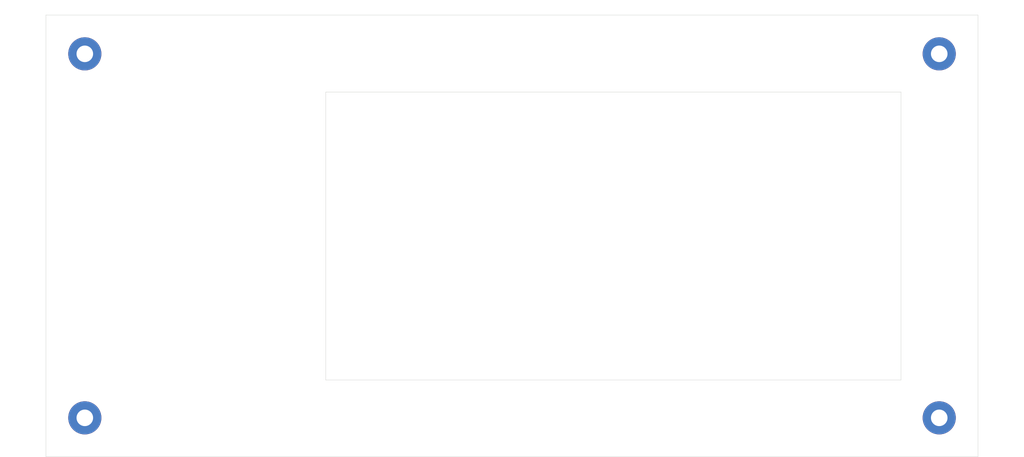
<source format=kicad_pcb>
(kicad_pcb (version 20171130) (host pcbnew "(5.1.10-1-10_14)")

  (general
    (thickness 1.6)
    (drawings 15)
    (tracks 0)
    (zones 0)
    (modules 4)
    (nets 1)
  )

  (page A4)
  (layers
    (0 F.Cu signal)
    (31 B.Cu signal)
    (32 B.Adhes user)
    (33 F.Adhes user)
    (34 B.Paste user)
    (35 F.Paste user)
    (36 B.SilkS user)
    (37 F.SilkS user)
    (38 B.Mask user)
    (39 F.Mask user)
    (40 Dwgs.User user)
    (41 Cmts.User user)
    (42 Eco1.User user)
    (43 Eco2.User user)
    (44 Edge.Cuts user)
    (45 Margin user)
    (46 B.CrtYd user)
    (47 F.CrtYd user)
    (48 B.Fab user)
    (49 F.Fab user)
  )

  (setup
    (last_trace_width 0.25)
    (trace_clearance 0.2)
    (zone_clearance 0.508)
    (zone_45_only no)
    (trace_min 0.2)
    (via_size 0.8)
    (via_drill 0.4)
    (via_min_size 0.4)
    (via_min_drill 0.3)
    (uvia_size 0.3)
    (uvia_drill 0.1)
    (uvias_allowed no)
    (uvia_min_size 0.2)
    (uvia_min_drill 0.1)
    (edge_width 0.05)
    (segment_width 0.2)
    (pcb_text_width 0.3)
    (pcb_text_size 1.5 1.5)
    (mod_edge_width 0.12)
    (mod_text_size 1 1)
    (mod_text_width 0.15)
    (pad_size 1.524 1.524)
    (pad_drill 0.762)
    (pad_to_mask_clearance 0)
    (aux_axis_origin 0 0)
    (visible_elements FFFFFF7F)
    (pcbplotparams
      (layerselection 0x010fc_ffffffff)
      (usegerberextensions false)
      (usegerberattributes true)
      (usegerberadvancedattributes true)
      (creategerberjobfile true)
      (excludeedgelayer true)
      (linewidth 0.100000)
      (plotframeref false)
      (viasonmask false)
      (mode 1)
      (useauxorigin false)
      (hpglpennumber 1)
      (hpglpenspeed 20)
      (hpglpendiameter 15.000000)
      (psnegative false)
      (psa4output false)
      (plotreference true)
      (plotvalue true)
      (plotinvisibletext false)
      (padsonsilk false)
      (subtractmaskfromsilk false)
      (outputformat 1)
      (mirror false)
      (drillshape 1)
      (scaleselection 1)
      (outputdirectory ""))
  )

  (net 0 "")

  (net_class Default "This is the default net class."
    (clearance 0.2)
    (trace_width 0.25)
    (via_dia 0.8)
    (via_drill 0.4)
    (uvia_dia 0.3)
    (uvia_drill 0.1)
  )

  (module MountingHole:MountingHole_2.2mm_M2_Pad (layer F.Cu) (tedit 56D1B4CB) (tstamp 610760B2)
    (at 189.0522 124.7648)
    (descr "Mounting Hole 2.2mm, M2")
    (tags "mounting hole 2.2mm m2")
    (attr virtual)
    (fp_text reference "" (at 0 -3.2) (layer F.SilkS)
      (effects (font (size 1 1) (thickness 0.15)))
    )
    (fp_text value MountingHole_2.2mm_M2_Pad (at 0 3.2) (layer F.Fab)
      (effects (font (size 1 1) (thickness 0.15)))
    )
    (fp_circle (center 0 0) (end 2.2 0) (layer Cmts.User) (width 0.15))
    (fp_circle (center 0 0) (end 2.45 0) (layer F.CrtYd) (width 0.05))
    (fp_text user %R (at 0.3 0) (layer F.Fab)
      (effects (font (size 1 1) (thickness 0.15)))
    )
    (pad 1 thru_hole circle (at 0 0) (size 4.4 4.4) (drill 2.2) (layers *.Cu *.Mask))
  )

  (module MountingHole:MountingHole_2.2mm_M2_Pad (layer F.Cu) (tedit 56D1B4CB) (tstamp 610760AB)
    (at 75.5396 124.7648)
    (descr "Mounting Hole 2.2mm, M2")
    (tags "mounting hole 2.2mm m2")
    (attr virtual)
    (fp_text reference REF** (at 0 -3.2) (layer F.SilkS) hide
      (effects (font (size 1 1) (thickness 0.15)))
    )
    (fp_text value MountingHole_2.2mm_M2_Pad (at 0 3.2) (layer F.Fab)
      (effects (font (size 1 1) (thickness 0.15)))
    )
    (fp_circle (center 0 0) (end 2.2 0) (layer Cmts.User) (width 0.15))
    (fp_circle (center 0 0) (end 2.45 0) (layer F.CrtYd) (width 0.05))
    (fp_text user %R (at 0.3 0) (layer F.Fab)
      (effects (font (size 1 1) (thickness 0.15)))
    )
    (pad 1 thru_hole circle (at 0 0) (size 4.4 4.4) (drill 2.2) (layers *.Cu *.Mask))
  )

  (module MountingHole:MountingHole_2.2mm_M2_Pad (layer F.Cu) (tedit 56D1B4CB) (tstamp 610760A4)
    (at 189.0522 76.3524)
    (descr "Mounting Hole 2.2mm, M2")
    (tags "mounting hole 2.2mm m2")
    (attr virtual)
    (fp_text reference "" (at 0 -3.2) (layer F.SilkS)
      (effects (font (size 1 1) (thickness 0.15)))
    )
    (fp_text value MountingHole_2.2mm_M2_Pad (at 0 3.2) (layer F.Fab)
      (effects (font (size 1 1) (thickness 0.15)))
    )
    (fp_circle (center 0 0) (end 2.2 0) (layer Cmts.User) (width 0.15))
    (fp_circle (center 0 0) (end 2.45 0) (layer F.CrtYd) (width 0.05))
    (fp_text user %R (at 0.3 0) (layer F.Fab)
      (effects (font (size 1 1) (thickness 0.15)))
    )
    (pad 1 thru_hole circle (at 0 0) (size 4.4 4.4) (drill 2.2) (layers *.Cu *.Mask))
  )

  (module MountingHole:MountingHole_2.2mm_M2_Pad (layer F.Cu) (tedit 56D1B4CB) (tstamp 6107609D)
    (at 75.5396 76.3524)
    (descr "Mounting Hole 2.2mm, M2")
    (tags "mounting hole 2.2mm m2")
    (attr virtual)
    (fp_text reference "" (at 0 -3.2) (layer F.SilkS)
      (effects (font (size 1 1) (thickness 0.15)))
    )
    (fp_text value MountingHole_2.2mm_M2_Pad (at 0 3.2) (layer F.Fab)
      (effects (font (size 1 1) (thickness 0.15)))
    )
    (fp_circle (center 0 0) (end 2.2 0) (layer Cmts.User) (width 0.15))
    (fp_circle (center 0 0) (end 2.45 0) (layer F.CrtYd) (width 0.05))
    (fp_text user %R (at 0.3 0) (layer F.Fab)
      (effects (font (size 1 1) (thickness 0.15)))
    )
    (pad 1 thru_hole circle (at 0 0) (size 4.4 4.4) (drill 2.2) (layers *.Cu *.Mask))
  )

  (gr_line (start 183.9722 81.4324) (end 107.5436 81.4324) (layer Edge.Cuts) (width 0.05) (tstamp 61077792))
  (gr_line (start 183.9722 119.7356) (end 183.9722 81.4324) (layer Edge.Cuts) (width 0.05))
  (gr_line (start 107.5436 119.7356) (end 183.9722 119.7356) (layer Edge.Cuts) (width 0.05))
  (gr_line (start 107.5436 81.4324) (end 107.5436 119.7356) (layer Edge.Cuts) (width 0.05))
  (dimension 10.31875 (width 0.15) (layer Dwgs.User) (tstamp 610762B3)
    (gr_text "10.319 mm" (at 79.3958 76.349225 270) (layer Dwgs.User) (tstamp 610762B3)
      (effects (font (size 1 1) (thickness 0.15)))
    )
    (feature1 (pts (xy 80.6958 81.5086) (xy 80.109379 81.5086)))
    (feature2 (pts (xy 80.6958 71.18985) (xy 80.109379 71.18985)))
    (crossbar (pts (xy 80.6958 71.18985) (xy 80.6958 81.5086)))
    (arrow1a (pts (xy 80.6958 81.5086) (xy 80.109379 80.382096)))
    (arrow1b (pts (xy 80.6958 81.5086) (xy 81.282221 80.382096)))
    (arrow2a (pts (xy 80.6958 71.18985) (xy 80.109379 72.316354)))
    (arrow2b (pts (xy 80.6958 71.18985) (xy 81.282221 72.316354)))
  )
  (dimension 10.31875 (width 0.15) (layer Dwgs.User) (tstamp 610762B1)
    (gr_text "10.319 mm" (at 75.536425 72.48985) (layer Dwgs.User) (tstamp 610762B1)
      (effects (font (size 1 1) (thickness 0.15)))
    )
    (feature1 (pts (xy 80.6958 71.18985) (xy 80.6958 71.776271)))
    (feature2 (pts (xy 70.37705 71.18985) (xy 70.37705 71.776271)))
    (crossbar (pts (xy 70.37705 71.18985) (xy 80.6958 71.18985)))
    (arrow1a (pts (xy 80.6958 71.18985) (xy 79.569296 71.776271)))
    (arrow1b (pts (xy 80.6958 71.18985) (xy 79.569296 70.603429)))
    (arrow2a (pts (xy 70.37705 71.18985) (xy 71.503554 71.776271)))
    (arrow2b (pts (xy 70.37705 71.18985) (xy 71.503554 70.603429)))
  )
  (dimension 10.31875 (width 0.15) (layer Dwgs.User) (tstamp 610762AE)
    (gr_text "10.319 mm" (at 182.5833 124.767975 270) (layer Dwgs.User) (tstamp 610762AE)
      (effects (font (size 1 1) (thickness 0.15)))
    )
    (feature1 (pts (xy 183.8833 129.92735) (xy 183.296879 129.92735)))
    (feature2 (pts (xy 183.8833 119.6086) (xy 183.296879 119.6086)))
    (crossbar (pts (xy 183.8833 119.6086) (xy 183.8833 129.92735)))
    (arrow1a (pts (xy 183.8833 129.92735) (xy 183.296879 128.800846)))
    (arrow1b (pts (xy 183.8833 129.92735) (xy 184.469721 128.800846)))
    (arrow2a (pts (xy 183.8833 119.6086) (xy 183.296879 120.735104)))
    (arrow2b (pts (xy 183.8833 119.6086) (xy 184.469721 120.735104)))
  )
  (dimension 10.31875 (width 0.15) (layer Dwgs.User) (tstamp 610762AC)
    (gr_text "10.319 mm" (at 189.042675 120.9086) (layer Dwgs.User) (tstamp 610762AC)
      (effects (font (size 1 1) (thickness 0.15)))
    )
    (feature1 (pts (xy 194.20205 119.6086) (xy 194.20205 120.195021)))
    (feature2 (pts (xy 183.8833 119.6086) (xy 183.8833 120.195021)))
    (crossbar (pts (xy 183.8833 119.6086) (xy 194.20205 119.6086)))
    (arrow1a (pts (xy 194.20205 119.6086) (xy 193.075546 120.195021)))
    (arrow1b (pts (xy 194.20205 119.6086) (xy 193.075546 119.022179)))
    (arrow2a (pts (xy 183.8833 119.6086) (xy 185.009804 120.195021)))
    (arrow2b (pts (xy 183.8833 119.6086) (xy 185.009804 119.022179)))
  )
  (dimension 10.31875 (width 0.15) (layer Dwgs.User) (tstamp 610762AA)
    (gr_text "10.319 mm" (at 75.536425 118.3086) (layer Dwgs.User) (tstamp 610762AA)
      (effects (font (size 1 1) (thickness 0.15)))
    )
    (feature1 (pts (xy 70.37705 119.6086) (xy 70.37705 119.022179)))
    (feature2 (pts (xy 80.6958 119.6086) (xy 80.6958 119.022179)))
    (crossbar (pts (xy 80.6958 119.6086) (xy 70.37705 119.6086)))
    (arrow1a (pts (xy 70.37705 119.6086) (xy 71.503554 119.022179)))
    (arrow1b (pts (xy 70.37705 119.6086) (xy 71.503554 120.195021)))
    (arrow2a (pts (xy 80.6958 119.6086) (xy 79.569296 119.022179)))
    (arrow2b (pts (xy 80.6958 119.6086) (xy 79.569296 120.195021)))
  )
  (dimension 10.31875 (width 0.15) (layer Dwgs.User) (tstamp 610762A8)
    (gr_text "10.319 mm" (at 83.583299 124.767975 270) (layer Dwgs.User) (tstamp 610762A8)
      (effects (font (size 1 1) (thickness 0.15)))
    )
    (feature1 (pts (xy 80.6958 129.92735) (xy 82.86972 129.92735)))
    (feature2 (pts (xy 80.6958 119.6086) (xy 82.86972 119.6086)))
    (crossbar (pts (xy 82.283299 119.6086) (xy 82.283299 129.92735)))
    (arrow1a (pts (xy 82.283299 129.92735) (xy 81.696878 128.800846)))
    (arrow1b (pts (xy 82.283299 129.92735) (xy 82.86972 128.800846)))
    (arrow2a (pts (xy 82.283299 119.6086) (xy 81.696878 120.735104)))
    (arrow2b (pts (xy 82.283299 119.6086) (xy 82.86972 120.735104)))
  )
  (dimension 10.31875 (width 0.15) (layer Dwgs.User) (tstamp 610762A6)
    (gr_text "10.319 mm" (at 185.1833 76.349225 90) (layer Dwgs.User) (tstamp 610762A6)
      (effects (font (size 1 1) (thickness 0.15)))
    )
    (feature1 (pts (xy 183.8833 71.18985) (xy 184.469721 71.18985)))
    (feature2 (pts (xy 183.8833 81.5086) (xy 184.469721 81.5086)))
    (crossbar (pts (xy 183.8833 81.5086) (xy 183.8833 71.18985)))
    (arrow1a (pts (xy 183.8833 71.18985) (xy 184.469721 72.316354)))
    (arrow1b (pts (xy 183.8833 71.18985) (xy 183.296879 72.316354)))
    (arrow2a (pts (xy 183.8833 81.5086) (xy 184.469721 80.382096)))
    (arrow2b (pts (xy 183.8833 81.5086) (xy 183.296879 80.382096)))
  )
  (gr_line (start 194.20205 129.92735) (end 194.20205 71.18985) (layer Edge.Cuts) (width 0.05) (tstamp 61076135))
  (gr_line (start 194.20205 71.18985) (end 70.37705 71.18985) (layer Edge.Cuts) (width 0.05) (tstamp 61076134))
  (gr_line (start 70.37705 71.18985) (end 70.37705 129.92735) (layer Edge.Cuts) (width 0.05) (tstamp 61076133))
  (gr_line (start 70.37705 129.92735) (end 194.20205 129.92735) (layer Edge.Cuts) (width 0.05) (tstamp 61076132))

)

</source>
